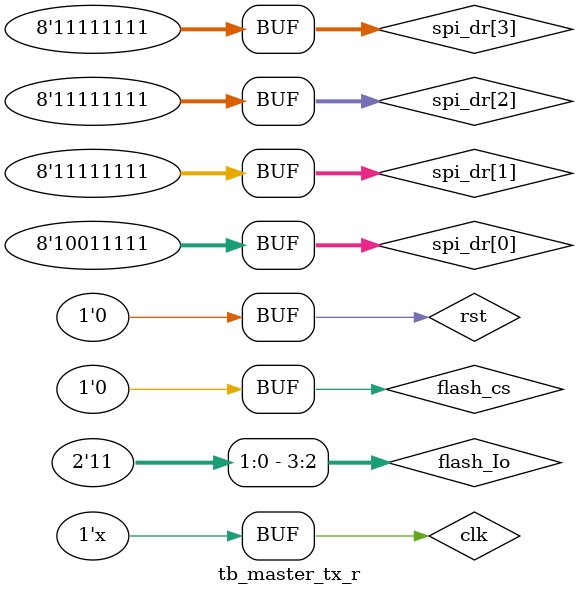
<source format=v>
`timescale 1ns / 1ps


module tb_master_tx_r(

    );

    wire flash_sck;
    wire flash_cs;
    wire [3:0] flash_Io;
    //SIO1 = MISO, SIO0 = MOSI

    assign flash_Io[3:2]=2'b11;
    assign flash_cs=1'b0;

    reg clk=0;
    always #5 clk=~clk;
    reg rst;

    reg [7:0]   wdata;
    reg         wvalid;


    wire 	wready;
    wire [7:0]	rdata;

    //*****************         UART
    wire 	ready;
    wire 	o_txp;
    reg wr_en;
    reg     [7:0]    wr_data;


    initial begin
        rst=1;
        #100
         rst=0;
    end

    reg [3:0] s;

    wire [7:0] spi_dr [3:0];

    assign spi_dr[0]=8'h9F;
    assign spi_dr[1]=8'hFF;
    assign spi_dr[2]=8'hFF;
    assign spi_dr[3]=8'hFF;

    reg [1:0] dr_index=0;

    always @(posedge clk ) begin
        if (rst) begin
            s<=0;
            wr_en<=0;
            wr_data<='h0;
            wdata<='h0;
            wvalid<='h0;
        end
        else begin
            wr_en<=1'b0;
            case (s)
                0: begin
                    wdata<=spi_dr[dr_index];
                    wvalid<='b1;
                    s<='d1;
                end
                1: begin
                    if (wready) begin
                        if (dr_index!=0) begin      //第一个字节不发
                            wr_en<=1'b1;
                            wr_data<=rdata;
                        end
                        wvalid<='b0;
                        if (dr_index=='d3) begin
                            s<='d2;
                        end
                        else begin
                            dr_index<=dr_index+1'b1;
                            s<='d0;
                        end
                    end
                end
                2: begin

                end
                default: begin

                end
            endcase
        end
    end





    master_spi_tx_r #(
                        .CLK_DIV 		( 2 		))
                    u_master_spi_tx_r(
                        //ports
                        .clk        		( clk        		),
                        .rst        		( rst        		),
                        .wdata      		( wdata      		),
                        .wvalid     		( wvalid     		),
                        .wready     		( wready     		),
                        .rdata      		( rdata      		),
                        .spi_mosi_o 		( flash_Io[0] 		),
                        .spi_sck_o  		( flash_sck  		),
                        .spi_miso_i 		( 	flash_Io[1] 	)
                    );


    sst26vf064b u_sst26vf064b(
                    .SCK(flash_sck),
                    .CEb(flash_cs),
                    .SIO(flash_Io)
                );





    uart_tx_fifo #(
                     .baud_cycles 		( 100_000_000/5_000_000 		))
                 u_uart_tx_fifo(
                     //ports
                     .clk     		( clk     		),
                     .rst_n   		( ~rst   		),
                     .wr_en   		( wr_en   		),
                     .wr_data 		( wr_data 		),
                     .ready   		( ready   		),
                     .o_txp   		( o_txp   		)
                 );







endmodule

</source>
